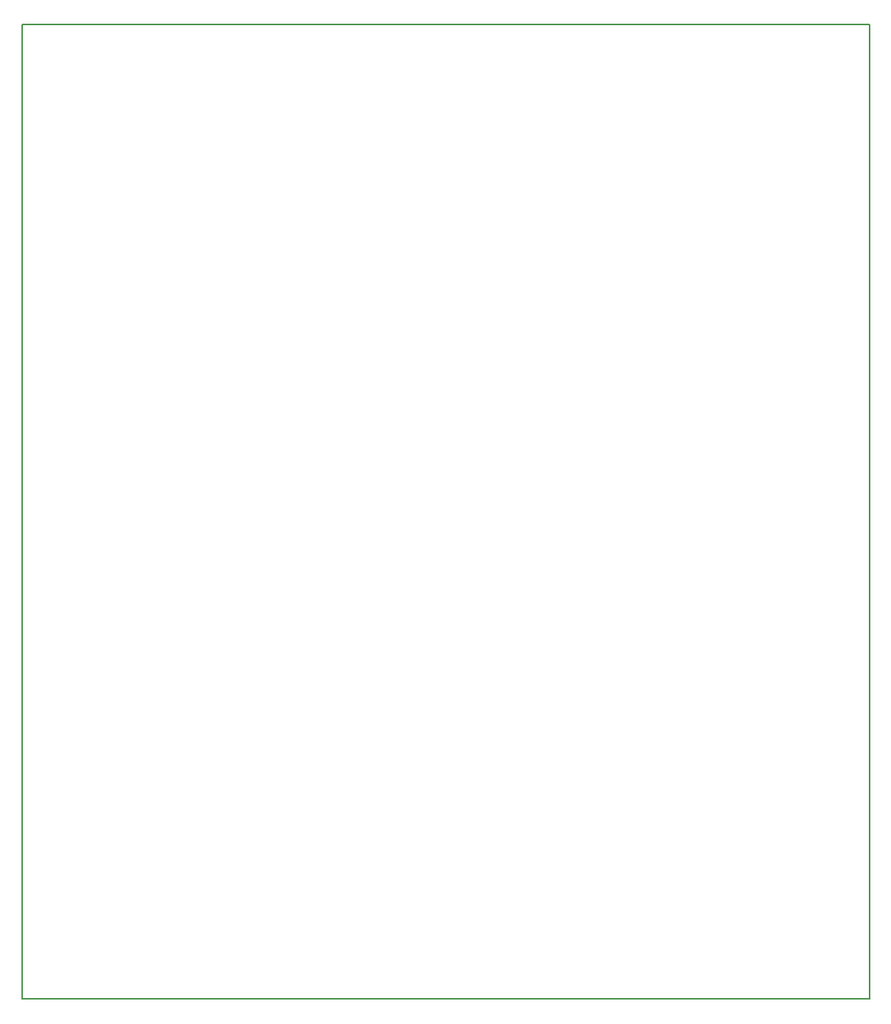
<source format=gbr>
%TF.GenerationSoftware,KiCad,Pcbnew,4.0.7*%
%TF.CreationDate,2018-06-21T01:00:39+02:00*%
%TF.ProjectId,FlyballETS-HW,466C7962616C6C4554532D48572E6B69,rev?*%
%TF.FileFunction,Profile,NP*%
%FSLAX46Y46*%
G04 Gerber Fmt 4.6, Leading zero omitted, Abs format (unit mm)*
G04 Created by KiCad (PCBNEW 4.0.7) date 06/21/18 01:00:40*
%MOMM*%
%LPD*%
G01*
G04 APERTURE LIST*
%ADD10C,0.150000*%
G04 APERTURE END LIST*
D10*
X66040000Y-142240000D02*
X66040000Y-133350000D01*
X160020000Y-142240000D02*
X66040000Y-142240000D01*
X160020000Y-133350000D02*
X160020000Y-142240000D01*
X66040000Y-133350000D02*
X66040000Y-34290000D01*
X160020000Y-34290000D02*
X160020000Y-133350000D01*
X66040000Y-34290000D02*
X160020000Y-34290000D01*
M02*

</source>
